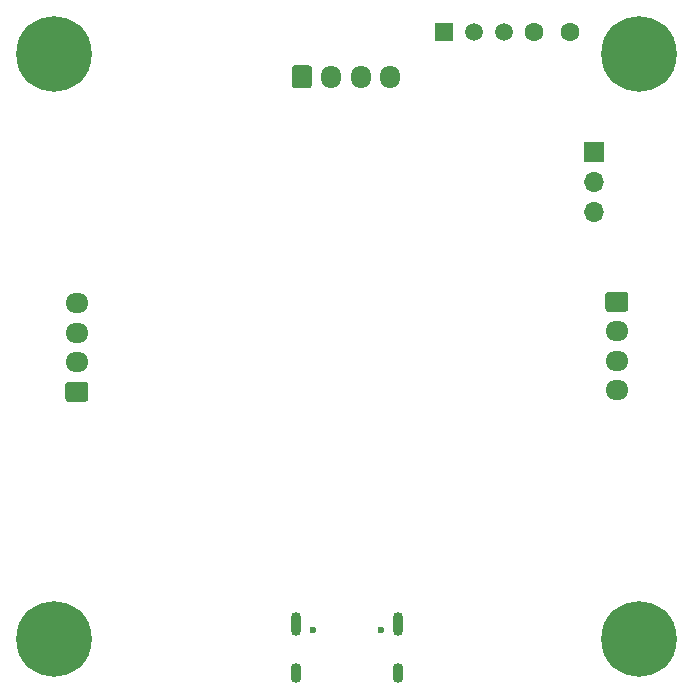
<source format=gbr>
G04 #@! TF.GenerationSoftware,KiCad,Pcbnew,(5.1.9)-1*
G04 #@! TF.CreationDate,2022-02-01T14:59:45+01:00*
G04 #@! TF.ProjectId,ESPCraft,45535043-7261-4667-942e-6b696361645f,rev?*
G04 #@! TF.SameCoordinates,Original*
G04 #@! TF.FileFunction,Soldermask,Bot*
G04 #@! TF.FilePolarity,Negative*
%FSLAX46Y46*%
G04 Gerber Fmt 4.6, Leading zero omitted, Abs format (unit mm)*
G04 Created by KiCad (PCBNEW (5.1.9)-1) date 2022-02-01 14:59:45*
%MOMM*%
%LPD*%
G01*
G04 APERTURE LIST*
%ADD10O,1.700000X1.950000*%
%ADD11O,1.700000X1.700000*%
%ADD12R,1.700000X1.700000*%
%ADD13C,0.800000*%
%ADD14C,6.400000*%
%ADD15O,1.950000X1.700000*%
%ADD16C,1.600000*%
%ADD17O,0.900000X2.000000*%
%ADD18O,0.900000X1.700000*%
%ADD19C,0.600000*%
%ADD20C,1.500000*%
%ADD21R,1.500000X1.500000*%
G04 APERTURE END LIST*
G36*
G01*
X138850000Y-80735000D02*
X138850000Y-79285000D01*
G75*
G02*
X139100000Y-79035000I250000J0D01*
G01*
X140300000Y-79035000D01*
G75*
G02*
X140550000Y-79285000I0J-250000D01*
G01*
X140550000Y-80735000D01*
G75*
G02*
X140300000Y-80985000I-250000J0D01*
G01*
X139100000Y-80985000D01*
G75*
G02*
X138850000Y-80735000I0J250000D01*
G01*
G37*
D10*
X142200000Y-80010000D03*
X144700000Y-80010000D03*
X147200000Y-80010000D03*
D11*
X164465000Y-91440000D03*
X164465000Y-88900000D03*
D12*
X164465000Y-86360000D03*
D13*
X120442056Y-76407944D03*
X118745000Y-75705000D03*
X117047944Y-76407944D03*
X116345000Y-78105000D03*
X117047944Y-79802056D03*
X118745000Y-80505000D03*
X120442056Y-79802056D03*
X121145000Y-78105000D03*
D14*
X118745000Y-78105000D03*
X168275000Y-78105000D03*
D13*
X170675000Y-78105000D03*
X169972056Y-79802056D03*
X168275000Y-80505000D03*
X166577944Y-79802056D03*
X165875000Y-78105000D03*
X166577944Y-76407944D03*
X168275000Y-75705000D03*
X169972056Y-76407944D03*
X169972056Y-125937944D03*
X168275000Y-125235000D03*
X166577944Y-125937944D03*
X165875000Y-127635000D03*
X166577944Y-129332056D03*
X168275000Y-130035000D03*
X169972056Y-129332056D03*
X170675000Y-127635000D03*
D14*
X168275000Y-127635000D03*
X118745000Y-127635000D03*
D13*
X121145000Y-127635000D03*
X120442056Y-129332056D03*
X118745000Y-130035000D03*
X117047944Y-129332056D03*
X116345000Y-127635000D03*
X117047944Y-125937944D03*
X118745000Y-125235000D03*
X120442056Y-125937944D03*
G36*
G01*
X165645000Y-98210000D02*
X167095000Y-98210000D01*
G75*
G02*
X167345000Y-98460000I0J-250000D01*
G01*
X167345000Y-99660000D01*
G75*
G02*
X167095000Y-99910000I-250000J0D01*
G01*
X165645000Y-99910000D01*
G75*
G02*
X165395000Y-99660000I0J250000D01*
G01*
X165395000Y-98460000D01*
G75*
G02*
X165645000Y-98210000I250000J0D01*
G01*
G37*
D15*
X166370000Y-101560000D03*
X166370000Y-104060000D03*
X166370000Y-106560000D03*
X120650000Y-99180000D03*
X120650000Y-101680000D03*
X120650000Y-104180000D03*
G36*
G01*
X121375000Y-107530000D02*
X119925000Y-107530000D01*
G75*
G02*
X119675000Y-107280000I0J250000D01*
G01*
X119675000Y-106080000D01*
G75*
G02*
X119925000Y-105830000I250000J0D01*
G01*
X121375000Y-105830000D01*
G75*
G02*
X121625000Y-106080000I0J-250000D01*
G01*
X121625000Y-107280000D01*
G75*
G02*
X121375000Y-107530000I-250000J0D01*
G01*
G37*
D16*
X159385000Y-76200000D03*
X162385000Y-76200000D03*
D17*
X139190000Y-126340000D03*
X147830000Y-126340000D03*
D18*
X139190000Y-130510000D03*
X147830000Y-130510000D03*
D19*
X146400000Y-126820000D03*
X140620000Y-126820000D03*
D20*
X154305000Y-76200000D03*
X156845000Y-76200000D03*
D21*
X151765000Y-76200000D03*
M02*

</source>
